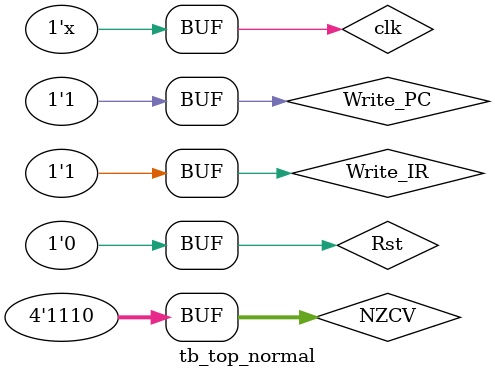
<source format=v>
`timescale 1ns / 1ps

module tb_top_normal();
    // top input
    reg clk = 0;
    reg Rst;
    reg Write_IR;
    reg Write_PC;
    reg [3:0] NZCV;
    // top output
    wire flag;
    wire [7:2] Inst_Addr;
    wire [31:28] Inst_condition;
    wire [27:0] Inst_left;
    
    always #10 clk = ~clk;
    initial begin
    Rst = 1;
    #50 
    Rst = 0;
    #50;
    Write_IR = 1;
    Write_PC = 1;
    NZCV = 4'b1110;
    end
    
top top_Instance(
    .clk(clk),
    .Rst(Rst),
    .Write_IR(Write_IR),
    .Write_PC(Write_PC),
    .NZCV(NZCV),
    .flag(flag),
    .Inst_Addr(Inst_Addr),
    .Inst_condition(Inst_condition),
    .Inst_left(Inst_left)
);
endmodule

</source>
